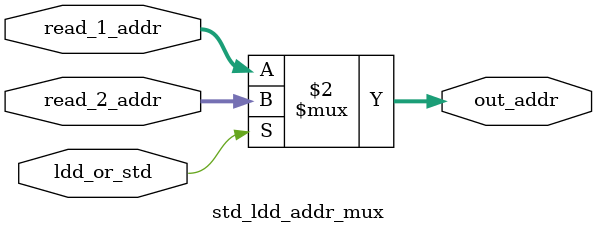
<source format=v>
module std_ldd_addr_mux(read_1_addr,read_2_addr,ldd_or_std,out_addr);
input [15:0] read_1_addr,read_2_addr;
input ldd_or_std;
output [15:0] out_addr;
assign out_addr=(ldd_or_std==0)?read_1_addr:read_2_addr;
endmodule

</source>
